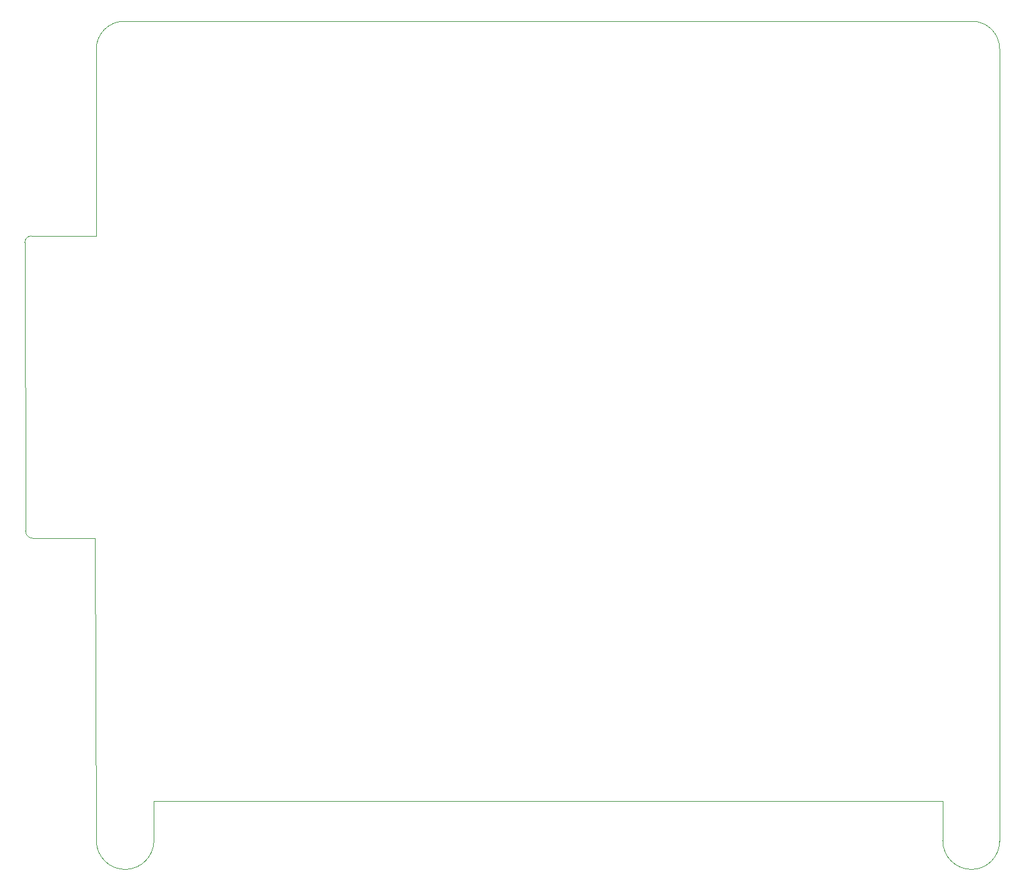
<source format=gbr>
%TF.GenerationSoftware,KiCad,Pcbnew,(6.0.5)*%
%TF.CreationDate,2022-07-22T00:14:58+07:00*%
%TF.ProjectId,MARUKO_Analog,4d415255-4b4f-45f4-916e-616c6f672e6b,rev?*%
%TF.SameCoordinates,Original*%
%TF.FileFunction,Profile,NP*%
%FSLAX46Y46*%
G04 Gerber Fmt 4.6, Leading zero omitted, Abs format (unit mm)*
G04 Created by KiCad (PCBNEW (6.0.5)) date 2022-07-22 00:14:58*
%MOMM*%
%LPD*%
G01*
G04 APERTURE LIST*
%TA.AperFunction,Profile*%
%ADD10C,0.100000*%
%TD*%
G04 APERTURE END LIST*
D10*
X67598719Y-148100000D02*
G75*
G03*
X71600000Y-151999999I3901281J0D01*
G01*
X67600000Y-66100000D02*
X67600000Y-40750000D01*
X58000000Y-106100000D02*
X57900000Y-67000000D01*
X75400000Y-148100000D02*
X75400000Y-142700000D01*
X67400000Y-107100000D02*
X67598719Y-148100000D01*
X186200000Y-152000000D02*
G75*
G03*
X190000000Y-148200000I0J3800000D01*
G01*
X182300000Y-148100000D02*
G75*
G03*
X186200000Y-152000000I3900000J0D01*
G01*
X58800000Y-66100000D02*
X67600000Y-66100000D01*
X58800000Y-66100000D02*
G75*
G03*
X57900000Y-67000000I0J-900000D01*
G01*
X58000000Y-106100000D02*
G75*
G03*
X59000000Y-107100000I1000000J0D01*
G01*
X71350000Y-37000000D02*
G75*
G03*
X67600000Y-40750000I0J-3750000D01*
G01*
X190000000Y-40700000D02*
X190000000Y-148200000D01*
X182300000Y-148100000D02*
X182300000Y-142700000D01*
X71350000Y-37000000D02*
X186300000Y-37000000D01*
X182300000Y-142700000D02*
X75400000Y-142700000D01*
X67400000Y-107100000D02*
X59000000Y-107100000D01*
X190000000Y-40700000D02*
G75*
G03*
X186300000Y-37000000I-3700000J0D01*
G01*
X71600001Y-152000051D02*
G75*
G03*
X75400033Y-148101280I-100001J3898751D01*
G01*
M02*

</source>
